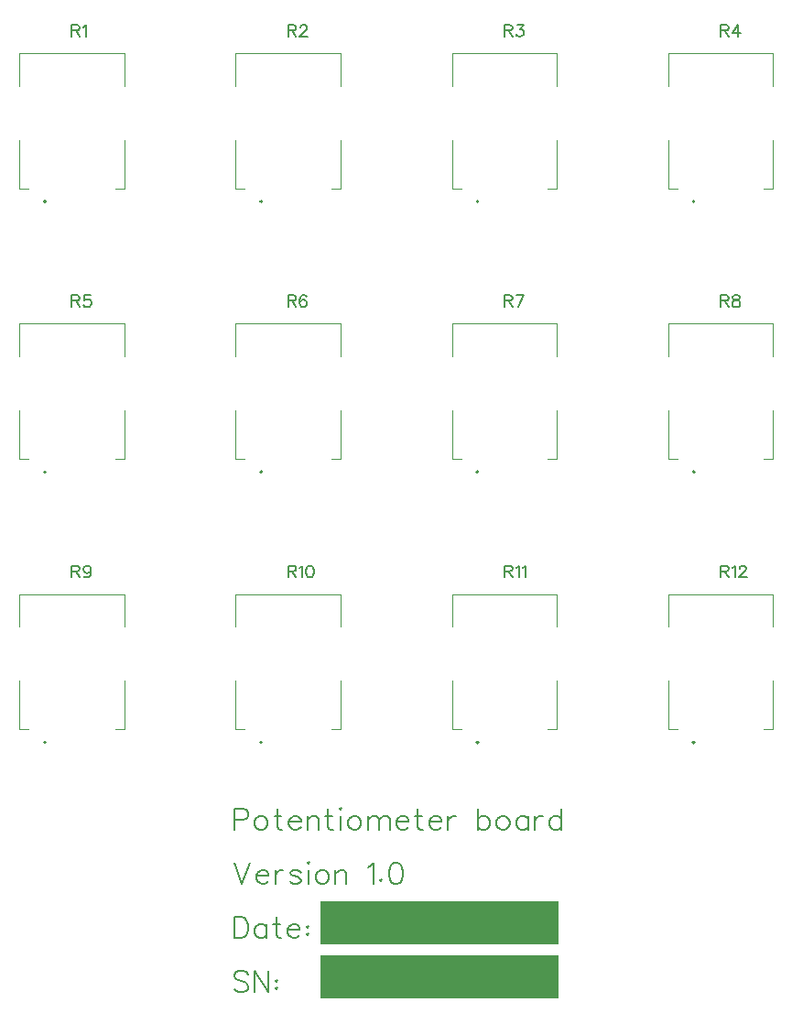
<source format=gto>
G04 Layer: TopSilkscreenLayer*
G04 EasyEDA v6.5.23, 2023-08-24 15:40:58*
G04 a67cddfb3fce44daa9051d46cbbcc19f,10*
G04 Gerber Generator version 0.2*
G04 Scale: 100 percent, Rotated: No, Reflected: No *
G04 Dimensions in millimeters *
G04 leading zeros omitted , absolute positions ,4 integer and 5 decimal *
%FSLAX45Y45*%
%MOMM*%

%ADD10C,0.2032*%
%ADD11C,0.1524*%
%ADD12C,0.1001*%
%ADD13C,0.1999*%

%LPD*%
D10*
X3500120Y2204973D02*
G01*
X3500120Y2011171D01*
X3500120Y2204973D02*
G01*
X3583177Y2204973D01*
X3610863Y2195829D01*
X3620008Y2186686D01*
X3629406Y2168144D01*
X3629406Y2140457D01*
X3620008Y2121915D01*
X3610863Y2112771D01*
X3583177Y2103373D01*
X3500120Y2103373D01*
X3736340Y2140457D02*
G01*
X3718052Y2131060D01*
X3699509Y2112771D01*
X3690365Y2085086D01*
X3690365Y2066544D01*
X3699509Y2038857D01*
X3718052Y2020315D01*
X3736340Y2011171D01*
X3764279Y2011171D01*
X3782568Y2020315D01*
X3801109Y2038857D01*
X3810254Y2066544D01*
X3810254Y2085086D01*
X3801109Y2112771D01*
X3782568Y2131060D01*
X3764279Y2140457D01*
X3736340Y2140457D01*
X3898900Y2204973D02*
G01*
X3898900Y2048002D01*
X3908297Y2020315D01*
X3926840Y2011171D01*
X3945127Y2011171D01*
X3871213Y2140457D02*
G01*
X3935984Y2140457D01*
X4006088Y2085086D02*
G01*
X4117086Y2085086D01*
X4117086Y2103373D01*
X4107688Y2121915D01*
X4098543Y2131060D01*
X4080002Y2140457D01*
X4052315Y2140457D01*
X4033774Y2131060D01*
X4015486Y2112771D01*
X4006088Y2085086D01*
X4006088Y2066544D01*
X4015486Y2038857D01*
X4033774Y2020315D01*
X4052315Y2011171D01*
X4080002Y2011171D01*
X4098543Y2020315D01*
X4117086Y2038857D01*
X4178045Y2140457D02*
G01*
X4178045Y2011171D01*
X4178045Y2103373D02*
G01*
X4205731Y2131060D01*
X4224020Y2140457D01*
X4251959Y2140457D01*
X4270247Y2131060D01*
X4279645Y2103373D01*
X4279645Y2011171D01*
X4368291Y2204973D02*
G01*
X4368291Y2048002D01*
X4377436Y2020315D01*
X4395977Y2011171D01*
X4414520Y2011171D01*
X4340606Y2140457D02*
G01*
X4405122Y2140457D01*
X4475479Y2204973D02*
G01*
X4484624Y2195829D01*
X4493768Y2204973D01*
X4484624Y2214371D01*
X4475479Y2204973D01*
X4484624Y2140457D02*
G01*
X4484624Y2011171D01*
X4600956Y2140457D02*
G01*
X4582413Y2131060D01*
X4564125Y2112771D01*
X4554727Y2085086D01*
X4554727Y2066544D01*
X4564125Y2038857D01*
X4582413Y2020315D01*
X4600956Y2011171D01*
X4628641Y2011171D01*
X4647184Y2020315D01*
X4665725Y2038857D01*
X4674870Y2066544D01*
X4674870Y2085086D01*
X4665725Y2112771D01*
X4647184Y2131060D01*
X4628641Y2140457D01*
X4600956Y2140457D01*
X4735829Y2140457D02*
G01*
X4735829Y2011171D01*
X4735829Y2103373D02*
G01*
X4763515Y2131060D01*
X4782058Y2140457D01*
X4809743Y2140457D01*
X4828286Y2131060D01*
X4837429Y2103373D01*
X4837429Y2011171D01*
X4837429Y2103373D02*
G01*
X4865115Y2131060D01*
X4883658Y2140457D01*
X4911343Y2140457D01*
X4929886Y2131060D01*
X4939029Y2103373D01*
X4939029Y2011171D01*
X4999990Y2085086D02*
G01*
X5110734Y2085086D01*
X5110734Y2103373D01*
X5101590Y2121915D01*
X5092445Y2131060D01*
X5073904Y2140457D01*
X5046218Y2140457D01*
X5027675Y2131060D01*
X5009134Y2112771D01*
X4999990Y2085086D01*
X4999990Y2066544D01*
X5009134Y2038857D01*
X5027675Y2020315D01*
X5046218Y2011171D01*
X5073904Y2011171D01*
X5092445Y2020315D01*
X5110734Y2038857D01*
X5199379Y2204973D02*
G01*
X5199379Y2048002D01*
X5208777Y2020315D01*
X5227065Y2011171D01*
X5245608Y2011171D01*
X5171693Y2140457D02*
G01*
X5236463Y2140457D01*
X5306568Y2085086D02*
G01*
X5417565Y2085086D01*
X5417565Y2103373D01*
X5408168Y2121915D01*
X5399024Y2131060D01*
X5380481Y2140457D01*
X5352795Y2140457D01*
X5334254Y2131060D01*
X5315965Y2112771D01*
X5306568Y2085086D01*
X5306568Y2066544D01*
X5315965Y2038857D01*
X5334254Y2020315D01*
X5352795Y2011171D01*
X5380481Y2011171D01*
X5399024Y2020315D01*
X5417565Y2038857D01*
X5478525Y2140457D02*
G01*
X5478525Y2011171D01*
X5478525Y2085086D02*
G01*
X5487670Y2112771D01*
X5506211Y2131060D01*
X5524500Y2140457D01*
X5552186Y2140457D01*
X5755386Y2204973D02*
G01*
X5755386Y2011171D01*
X5755386Y2112771D02*
G01*
X5773927Y2131060D01*
X5792470Y2140457D01*
X5820156Y2140457D01*
X5838697Y2131060D01*
X5856986Y2112771D01*
X5866384Y2085086D01*
X5866384Y2066544D01*
X5856986Y2038857D01*
X5838697Y2020315D01*
X5820156Y2011171D01*
X5792470Y2011171D01*
X5773927Y2020315D01*
X5755386Y2038857D01*
X5973572Y2140457D02*
G01*
X5955029Y2131060D01*
X5936488Y2112771D01*
X5927343Y2085086D01*
X5927343Y2066544D01*
X5936488Y2038857D01*
X5955029Y2020315D01*
X5973572Y2011171D01*
X6001258Y2011171D01*
X6019800Y2020315D01*
X6038088Y2038857D01*
X6047486Y2066544D01*
X6047486Y2085086D01*
X6038088Y2112771D01*
X6019800Y2131060D01*
X6001258Y2140457D01*
X5973572Y2140457D01*
X6219190Y2140457D02*
G01*
X6219190Y2011171D01*
X6219190Y2112771D02*
G01*
X6200647Y2131060D01*
X6182359Y2140457D01*
X6154420Y2140457D01*
X6136131Y2131060D01*
X6117590Y2112771D01*
X6108445Y2085086D01*
X6108445Y2066544D01*
X6117590Y2038857D01*
X6136131Y2020315D01*
X6154420Y2011171D01*
X6182359Y2011171D01*
X6200647Y2020315D01*
X6219190Y2038857D01*
X6280150Y2140457D02*
G01*
X6280150Y2011171D01*
X6280150Y2085086D02*
G01*
X6289293Y2112771D01*
X6307836Y2131060D01*
X6326377Y2140457D01*
X6354063Y2140457D01*
X6525768Y2204973D02*
G01*
X6525768Y2011171D01*
X6525768Y2112771D02*
G01*
X6507479Y2131060D01*
X6488938Y2140457D01*
X6461252Y2140457D01*
X6442709Y2131060D01*
X6424168Y2112771D01*
X6415024Y2085086D01*
X6415024Y2066544D01*
X6424168Y2038857D01*
X6442709Y2020315D01*
X6461252Y2011171D01*
X6488938Y2011171D01*
X6507479Y2020315D01*
X6525768Y2038857D01*
X3499980Y1705048D02*
G01*
X3573871Y1511086D01*
X3647762Y1705048D02*
G01*
X3573871Y1511086D01*
X3708722Y1584977D02*
G01*
X3819558Y1584977D01*
X3819558Y1603448D01*
X3810322Y1621922D01*
X3801084Y1631157D01*
X3782613Y1640395D01*
X3754904Y1640395D01*
X3736431Y1631157D01*
X3717958Y1612686D01*
X3708722Y1584977D01*
X3708722Y1566504D01*
X3717958Y1538795D01*
X3736431Y1520322D01*
X3754904Y1511086D01*
X3782613Y1511086D01*
X3801084Y1520322D01*
X3819558Y1538795D01*
X3880518Y1640395D02*
G01*
X3880518Y1511086D01*
X3880518Y1584977D02*
G01*
X3889756Y1612686D01*
X3908226Y1631157D01*
X3926700Y1640395D01*
X3954409Y1640395D01*
X4116969Y1612686D02*
G01*
X4107733Y1631157D01*
X4080024Y1640395D01*
X4052315Y1640395D01*
X4024604Y1631157D01*
X4015369Y1612686D01*
X4024604Y1594213D01*
X4043078Y1584977D01*
X4089260Y1575739D01*
X4107733Y1566504D01*
X4116969Y1548030D01*
X4116969Y1538795D01*
X4107733Y1520322D01*
X4080024Y1511086D01*
X4052315Y1511086D01*
X4024604Y1520322D01*
X4015369Y1538795D01*
X4177929Y1705048D02*
G01*
X4187164Y1695813D01*
X4196402Y1705048D01*
X4187164Y1714286D01*
X4177929Y1705048D01*
X4187164Y1640395D02*
G01*
X4187164Y1511086D01*
X4303544Y1640395D02*
G01*
X4285071Y1631157D01*
X4266598Y1612686D01*
X4257362Y1584977D01*
X4257362Y1566504D01*
X4266598Y1538795D01*
X4285071Y1520322D01*
X4303544Y1511086D01*
X4331253Y1511086D01*
X4349724Y1520322D01*
X4368198Y1538795D01*
X4377436Y1566504D01*
X4377436Y1584977D01*
X4368198Y1612686D01*
X4349724Y1631157D01*
X4331253Y1640395D01*
X4303544Y1640395D01*
X4438395Y1640395D02*
G01*
X4438395Y1511086D01*
X4438395Y1603448D02*
G01*
X4466104Y1631157D01*
X4484575Y1640395D01*
X4512284Y1640395D01*
X4530758Y1631157D01*
X4539995Y1603448D01*
X4539995Y1511086D01*
X4743195Y1668104D02*
G01*
X4761666Y1677339D01*
X4789375Y1705048D01*
X4789375Y1511086D01*
X4859573Y1557266D02*
G01*
X4850335Y1548030D01*
X4859573Y1538795D01*
X4868809Y1548030D01*
X4859573Y1557266D01*
X4985186Y1705048D02*
G01*
X4957478Y1695813D01*
X4939004Y1668104D01*
X4929769Y1621922D01*
X4929769Y1594213D01*
X4939004Y1548030D01*
X4957478Y1520322D01*
X4985186Y1511086D01*
X5003660Y1511086D01*
X5031369Y1520322D01*
X5049842Y1548030D01*
X5059078Y1594213D01*
X5059078Y1621922D01*
X5049842Y1668104D01*
X5031369Y1695813D01*
X5003660Y1705048D01*
X4985186Y1705048D01*
X3499990Y1205052D02*
G01*
X3499990Y1011090D01*
X3499990Y1205052D02*
G01*
X3564646Y1205052D01*
X3592355Y1195816D01*
X3610825Y1177343D01*
X3620063Y1158869D01*
X3629299Y1131161D01*
X3629299Y1084981D01*
X3620063Y1057269D01*
X3610825Y1038799D01*
X3592355Y1020325D01*
X3564646Y1011090D01*
X3499990Y1011090D01*
X3801094Y1140399D02*
G01*
X3801094Y1011090D01*
X3801094Y1112690D02*
G01*
X3782623Y1131161D01*
X3764150Y1140399D01*
X3736441Y1140399D01*
X3717968Y1131161D01*
X3699494Y1112690D01*
X3690259Y1084981D01*
X3690259Y1066507D01*
X3699494Y1038799D01*
X3717968Y1020325D01*
X3736441Y1011090D01*
X3764150Y1011090D01*
X3782623Y1020325D01*
X3801094Y1038799D01*
X3889766Y1205052D02*
G01*
X3889766Y1048034D01*
X3899001Y1020325D01*
X3917475Y1011090D01*
X3935945Y1011090D01*
X3862054Y1140399D02*
G01*
X3926710Y1140399D01*
X3996905Y1084981D02*
G01*
X4107743Y1084981D01*
X4107743Y1103452D01*
X4098505Y1121925D01*
X4089270Y1131161D01*
X4070797Y1140399D01*
X4043088Y1140399D01*
X4024614Y1131161D01*
X4006143Y1112690D01*
X3996905Y1084981D01*
X3996905Y1066507D01*
X4006143Y1038799D01*
X4024614Y1020325D01*
X4043088Y1011090D01*
X4070797Y1011090D01*
X4089270Y1020325D01*
X4107743Y1038799D01*
X4177939Y1121925D02*
G01*
X4168703Y1112690D01*
X4177939Y1103452D01*
X4187174Y1112690D01*
X4177939Y1121925D01*
X4177939Y1057269D02*
G01*
X4168703Y1048034D01*
X4177939Y1038799D01*
X4187174Y1048034D01*
X4177939Y1057269D01*
X3629299Y677344D02*
G01*
X3610825Y695817D01*
X3583117Y705053D01*
X3546172Y705053D01*
X3518463Y695817D01*
X3499990Y677344D01*
X3499990Y658870D01*
X3509225Y640400D01*
X3518463Y631162D01*
X3536934Y621926D01*
X3592355Y603453D01*
X3610825Y594217D01*
X3620063Y584982D01*
X3629299Y566508D01*
X3629299Y538800D01*
X3610825Y520326D01*
X3583117Y511091D01*
X3546172Y511091D01*
X3518463Y520326D01*
X3499990Y538800D01*
X3690259Y705053D02*
G01*
X3690259Y511091D01*
X3690259Y705053D02*
G01*
X3819568Y511091D01*
X3819568Y705053D02*
G01*
X3819568Y511091D01*
X3889766Y621926D02*
G01*
X3880528Y612691D01*
X3889766Y603453D01*
X3899001Y612691D01*
X3889766Y621926D01*
X3889766Y557270D02*
G01*
X3880528Y548035D01*
X3889766Y538800D01*
X3899001Y548035D01*
X3889766Y557270D01*
D11*
X3999991Y9453499D02*
G01*
X3999991Y9344533D01*
X3999991Y9453499D02*
G01*
X4046727Y9453499D01*
X4062222Y9448419D01*
X4067556Y9443085D01*
X4072636Y9432670D01*
X4072636Y9422256D01*
X4067556Y9411843D01*
X4062222Y9406762D01*
X4046727Y9401683D01*
X3999991Y9401683D01*
X4036313Y9401683D02*
G01*
X4072636Y9344533D01*
X4112259Y9427590D02*
G01*
X4112259Y9432670D01*
X4117340Y9443085D01*
X4122674Y9448419D01*
X4133088Y9453499D01*
X4153661Y9453499D01*
X4164075Y9448419D01*
X4169409Y9443085D01*
X4174490Y9432670D01*
X4174490Y9422256D01*
X4169409Y9411843D01*
X4158995Y9396349D01*
X4106925Y9344533D01*
X4179824Y9344533D01*
X5999988Y9453499D02*
G01*
X5999988Y9344533D01*
X5999988Y9453499D02*
G01*
X6046724Y9453499D01*
X6062218Y9448419D01*
X6067552Y9443085D01*
X6072631Y9432670D01*
X6072631Y9422256D01*
X6067552Y9411843D01*
X6062218Y9406762D01*
X6046724Y9401683D01*
X5999988Y9401683D01*
X6036309Y9401683D02*
G01*
X6072631Y9344533D01*
X6117336Y9453499D02*
G01*
X6174486Y9453499D01*
X6143497Y9411843D01*
X6158991Y9411843D01*
X6169406Y9406762D01*
X6174486Y9401683D01*
X6179820Y9385935D01*
X6179820Y9375520D01*
X6174486Y9360027D01*
X6164072Y9349612D01*
X6148577Y9344533D01*
X6133084Y9344533D01*
X6117336Y9349612D01*
X6112256Y9354693D01*
X6106922Y9365106D01*
X7999984Y9453499D02*
G01*
X7999984Y9344533D01*
X7999984Y9453499D02*
G01*
X8046720Y9453499D01*
X8062213Y9448419D01*
X8067547Y9443085D01*
X8072627Y9432670D01*
X8072627Y9422256D01*
X8067547Y9411843D01*
X8062213Y9406762D01*
X8046720Y9401683D01*
X7999984Y9401683D01*
X8036306Y9401683D02*
G01*
X8072627Y9344533D01*
X8158988Y9453499D02*
G01*
X8106918Y9380854D01*
X8184895Y9380854D01*
X8158988Y9453499D02*
G01*
X8158988Y9344533D01*
X1999995Y6953504D02*
G01*
X1999995Y6844537D01*
X1999995Y6953504D02*
G01*
X2046731Y6953504D01*
X2062225Y6948423D01*
X2067559Y6943089D01*
X2072640Y6932676D01*
X2072640Y6922262D01*
X2067559Y6911847D01*
X2062225Y6906768D01*
X2046731Y6901687D01*
X1999995Y6901687D01*
X2036318Y6901687D02*
G01*
X2072640Y6844537D01*
X2169413Y6953504D02*
G01*
X2117343Y6953504D01*
X2112263Y6906768D01*
X2117343Y6911847D01*
X2133091Y6917181D01*
X2148586Y6917181D01*
X2164079Y6911847D01*
X2174493Y6901687D01*
X2179827Y6885939D01*
X2179827Y6875526D01*
X2174493Y6860031D01*
X2164079Y6849618D01*
X2148586Y6844537D01*
X2133091Y6844537D01*
X2117343Y6849618D01*
X2112263Y6854697D01*
X2106929Y6865112D01*
X3999991Y6953504D02*
G01*
X3999991Y6844537D01*
X3999991Y6953504D02*
G01*
X4046727Y6953504D01*
X4062222Y6948423D01*
X4067556Y6943089D01*
X4072636Y6932676D01*
X4072636Y6922262D01*
X4067556Y6911847D01*
X4062222Y6906768D01*
X4046727Y6901687D01*
X3999991Y6901687D01*
X4036313Y6901687D02*
G01*
X4072636Y6844537D01*
X4169409Y6938010D02*
G01*
X4164075Y6948423D01*
X4148581Y6953504D01*
X4138168Y6953504D01*
X4122674Y6948423D01*
X4112259Y6932676D01*
X4106925Y6906768D01*
X4106925Y6880860D01*
X4112259Y6860031D01*
X4122674Y6849618D01*
X4138168Y6844537D01*
X4143502Y6844537D01*
X4158995Y6849618D01*
X4169409Y6860031D01*
X4174490Y6875526D01*
X4174490Y6880860D01*
X4169409Y6896354D01*
X4158995Y6906768D01*
X4143502Y6911847D01*
X4138168Y6911847D01*
X4122674Y6906768D01*
X4112259Y6896354D01*
X4106925Y6880860D01*
X5999988Y6953504D02*
G01*
X5999988Y6844537D01*
X5999988Y6953504D02*
G01*
X6046724Y6953504D01*
X6062218Y6948423D01*
X6067552Y6943089D01*
X6072631Y6932676D01*
X6072631Y6922262D01*
X6067552Y6911847D01*
X6062218Y6906768D01*
X6046724Y6901687D01*
X5999988Y6901687D01*
X6036309Y6901687D02*
G01*
X6072631Y6844537D01*
X6179820Y6953504D02*
G01*
X6127750Y6844537D01*
X6106922Y6953504D02*
G01*
X6179820Y6953504D01*
X7999984Y6953504D02*
G01*
X7999984Y6844537D01*
X7999984Y6953504D02*
G01*
X8046720Y6953504D01*
X8062213Y6948423D01*
X8067547Y6943089D01*
X8072627Y6932676D01*
X8072627Y6922262D01*
X8067547Y6911847D01*
X8062213Y6906768D01*
X8046720Y6901687D01*
X7999984Y6901687D01*
X8036306Y6901687D02*
G01*
X8072627Y6844537D01*
X8133079Y6953504D02*
G01*
X8117331Y6948423D01*
X8112252Y6938010D01*
X8112252Y6927595D01*
X8117331Y6917181D01*
X8127745Y6911847D01*
X8148574Y6906768D01*
X8164068Y6901687D01*
X8174481Y6891273D01*
X8179815Y6880860D01*
X8179815Y6865112D01*
X8174481Y6854697D01*
X8169402Y6849618D01*
X8153654Y6844537D01*
X8133079Y6844537D01*
X8117331Y6849618D01*
X8112252Y6854697D01*
X8106918Y6865112D01*
X8106918Y6880860D01*
X8112252Y6891273D01*
X8122665Y6901687D01*
X8138159Y6906768D01*
X8158988Y6911847D01*
X8169402Y6917181D01*
X8174481Y6927595D01*
X8174481Y6938010D01*
X8169402Y6948423D01*
X8153654Y6953504D01*
X8133079Y6953504D01*
X1999995Y4453509D02*
G01*
X1999995Y4344543D01*
X1999995Y4453509D02*
G01*
X2046731Y4453509D01*
X2062225Y4448429D01*
X2067559Y4443095D01*
X2072640Y4432680D01*
X2072640Y4422267D01*
X2067559Y4411853D01*
X2062225Y4406772D01*
X2046731Y4401693D01*
X1999995Y4401693D01*
X2036318Y4401693D02*
G01*
X2072640Y4344543D01*
X2174493Y4417187D02*
G01*
X2169413Y4401693D01*
X2159000Y4391279D01*
X2143506Y4385945D01*
X2138172Y4385945D01*
X2122677Y4391279D01*
X2112263Y4401693D01*
X2106929Y4417187D01*
X2106929Y4422267D01*
X2112263Y4438014D01*
X2122677Y4448429D01*
X2138172Y4453509D01*
X2143506Y4453509D01*
X2159000Y4448429D01*
X2169413Y4438014D01*
X2174493Y4417187D01*
X2174493Y4391279D01*
X2169413Y4365117D01*
X2159000Y4349622D01*
X2143506Y4344543D01*
X2133091Y4344543D01*
X2117343Y4349622D01*
X2112263Y4360037D01*
X3999991Y4453509D02*
G01*
X3999991Y4344543D01*
X3999991Y4453509D02*
G01*
X4046727Y4453509D01*
X4062222Y4448429D01*
X4067556Y4443095D01*
X4072636Y4432680D01*
X4072636Y4422267D01*
X4067556Y4411853D01*
X4062222Y4406772D01*
X4046727Y4401693D01*
X3999991Y4401693D01*
X4036313Y4401693D02*
G01*
X4072636Y4344543D01*
X4106925Y4432680D02*
G01*
X4117340Y4438014D01*
X4133088Y4453509D01*
X4133088Y4344543D01*
X4198365Y4453509D02*
G01*
X4182872Y4448429D01*
X4172458Y4432680D01*
X4167377Y4406772D01*
X4167377Y4391279D01*
X4172458Y4365117D01*
X4182872Y4349622D01*
X4198365Y4344543D01*
X4208779Y4344543D01*
X4224527Y4349622D01*
X4234941Y4365117D01*
X4240022Y4391279D01*
X4240022Y4406772D01*
X4234941Y4432680D01*
X4224527Y4448429D01*
X4208779Y4453509D01*
X4198365Y4453509D01*
X5999988Y4453509D02*
G01*
X5999988Y4344543D01*
X5999988Y4453509D02*
G01*
X6046724Y4453509D01*
X6062218Y4448429D01*
X6067552Y4443095D01*
X6072631Y4432680D01*
X6072631Y4422267D01*
X6067552Y4411853D01*
X6062218Y4406772D01*
X6046724Y4401693D01*
X5999988Y4401693D01*
X6036309Y4401693D02*
G01*
X6072631Y4344543D01*
X6106922Y4432680D02*
G01*
X6117336Y4438014D01*
X6133084Y4453509D01*
X6133084Y4344543D01*
X6167374Y4432680D02*
G01*
X6177788Y4438014D01*
X6193281Y4453509D01*
X6193281Y4344543D01*
X7999984Y4453509D02*
G01*
X7999984Y4344543D01*
X7999984Y4453509D02*
G01*
X8046720Y4453509D01*
X8062213Y4448429D01*
X8067547Y4443095D01*
X8072627Y4432680D01*
X8072627Y4422267D01*
X8067547Y4411853D01*
X8062213Y4406772D01*
X8046720Y4401693D01*
X7999984Y4401693D01*
X8036306Y4401693D02*
G01*
X8072627Y4344543D01*
X8106918Y4432680D02*
G01*
X8117331Y4438014D01*
X8133079Y4453509D01*
X8133079Y4344543D01*
X8172450Y4427601D02*
G01*
X8172450Y4432680D01*
X8177784Y4443095D01*
X8182863Y4448429D01*
X8193277Y4453509D01*
X8214106Y4453509D01*
X8224520Y4448429D01*
X8229600Y4443095D01*
X8234934Y4432680D01*
X8234934Y4422267D01*
X8229600Y4411853D01*
X8219186Y4396359D01*
X8167370Y4344543D01*
X8240013Y4344543D01*
X1999995Y9453499D02*
G01*
X1999995Y9344533D01*
X1999995Y9453499D02*
G01*
X2046731Y9453499D01*
X2062225Y9448419D01*
X2067559Y9443085D01*
X2072640Y9432670D01*
X2072640Y9422256D01*
X2067559Y9411843D01*
X2062225Y9406762D01*
X2046731Y9401683D01*
X1999995Y9401683D01*
X2036318Y9401683D02*
G01*
X2072640Y9344533D01*
X2106929Y9432670D02*
G01*
X2117343Y9438004D01*
X2133091Y9453499D01*
X2133091Y9344533D01*
G36*
X4299966Y849985D02*
G01*
X4299966Y449986D01*
X6499961Y449986D01*
X6499961Y849985D01*
G37*
G36*
X4299966Y1350010D02*
G01*
X4299966Y950010D01*
X6499961Y950010D01*
X6499961Y1350010D01*
G37*
D12*
X3515004Y8889974D02*
G01*
X3515004Y9189974D01*
X4484979Y9189974D01*
X4484979Y8889974D01*
X3515004Y8389975D02*
G01*
X3515004Y7939989D01*
X3599992Y7939989D01*
X4399991Y7939989D02*
G01*
X4484979Y7939989D01*
X4484979Y8389975D01*
X5515000Y8889974D02*
G01*
X5515000Y9189974D01*
X6484975Y9189974D01*
X6484975Y8889974D01*
X5515000Y8389975D02*
G01*
X5515000Y7939989D01*
X5599988Y7939989D01*
X6399987Y7939989D02*
G01*
X6484975Y7939989D01*
X6484975Y8389975D01*
X7514996Y8889974D02*
G01*
X7514996Y9189974D01*
X8484971Y9189974D01*
X8484971Y8889974D01*
X7514996Y8389975D02*
G01*
X7514996Y7939989D01*
X7599984Y7939989D01*
X8399983Y7939989D02*
G01*
X8484971Y7939989D01*
X8484971Y8389975D01*
X1515008Y6389979D02*
G01*
X1515008Y6689979D01*
X2484983Y6689979D01*
X2484983Y6389979D01*
X1515008Y5889980D02*
G01*
X1515008Y5439994D01*
X1599996Y5439994D01*
X2399995Y5439994D02*
G01*
X2484983Y5439994D01*
X2484983Y5889980D01*
X3515004Y6389979D02*
G01*
X3515004Y6689979D01*
X4484979Y6689979D01*
X4484979Y6389979D01*
X3515004Y5889980D02*
G01*
X3515004Y5439994D01*
X3599992Y5439994D01*
X4399991Y5439994D02*
G01*
X4484979Y5439994D01*
X4484979Y5889980D01*
X5515000Y6389979D02*
G01*
X5515000Y6689979D01*
X6484975Y6689979D01*
X6484975Y6389979D01*
X5515000Y5889980D02*
G01*
X5515000Y5439994D01*
X5599988Y5439994D01*
X6399987Y5439994D02*
G01*
X6484975Y5439994D01*
X6484975Y5889980D01*
X7514996Y6389979D02*
G01*
X7514996Y6689979D01*
X8484971Y6689979D01*
X8484971Y6389979D01*
X7514996Y5889980D02*
G01*
X7514996Y5439994D01*
X7599984Y5439994D01*
X8399983Y5439994D02*
G01*
X8484971Y5439994D01*
X8484971Y5889980D01*
X1515008Y3889984D02*
G01*
X1515008Y4189984D01*
X2484983Y4189984D01*
X2484983Y3889984D01*
X1515008Y3389985D02*
G01*
X1515008Y2939999D01*
X1599996Y2939999D01*
X2399995Y2939999D02*
G01*
X2484983Y2939999D01*
X2484983Y3389985D01*
X3515004Y3889984D02*
G01*
X3515004Y4189984D01*
X4484979Y4189984D01*
X4484979Y3889984D01*
X3515004Y3389985D02*
G01*
X3515004Y2939999D01*
X3599992Y2939999D01*
X4399991Y2939999D02*
G01*
X4484979Y2939999D01*
X4484979Y3389985D01*
X5515000Y3889984D02*
G01*
X5515000Y4189984D01*
X6484975Y4189984D01*
X6484975Y3889984D01*
X5515000Y3389985D02*
G01*
X5515000Y2939999D01*
X5599988Y2939999D01*
X6399987Y2939999D02*
G01*
X6484975Y2939999D01*
X6484975Y3389985D01*
X7514996Y3889984D02*
G01*
X7514996Y4189984D01*
X8484971Y4189984D01*
X8484971Y3889984D01*
X7514996Y3389985D02*
G01*
X7514996Y2939999D01*
X7599984Y2939999D01*
X8399983Y2939999D02*
G01*
X8484971Y2939999D01*
X8484971Y3389985D01*
X1515008Y8889974D02*
G01*
X1515008Y9189974D01*
X2484983Y9189974D01*
X2484983Y8889974D01*
X1515008Y8389975D02*
G01*
X1515008Y7939989D01*
X1599996Y7939989D01*
X2399995Y7939989D02*
G01*
X2484983Y7939989D01*
X2484983Y8389975D01*
D13*
G75*
G01*
X3739998Y7819974D02*
G02*
X3759987Y7819974I9994J-504D01*
G75*
G01*
X3759987Y7819974D02*
G02*
X3739998Y7819974I-9995J504D01*
G75*
G01*
X5739994Y7819974D02*
G02*
X5759983Y7819974I9995J-504D01*
G75*
G01*
X5759983Y7819974D02*
G02*
X5739994Y7819974I-9994J504D01*
G75*
G01*
X7739990Y7819974D02*
G02*
X7759979Y7819974I9995J-504D01*
G75*
G01*
X7759979Y7819974D02*
G02*
X7739990Y7819974I-9994J504D01*
G75*
G01*
X1740002Y5319979D02*
G02*
X1759991Y5319979I9995J-504D01*
G75*
G01*
X1759991Y5319979D02*
G02*
X1740002Y5319979I-9994J504D01*
G75*
G01*
X3739998Y5319979D02*
G02*
X3759987Y5319979I9994J-504D01*
G75*
G01*
X3759987Y5319979D02*
G02*
X3739998Y5319979I-9995J504D01*
G75*
G01*
X5739994Y5319979D02*
G02*
X5759983Y5319979I9995J-504D01*
G75*
G01*
X5759983Y5319979D02*
G02*
X5739994Y5319979I-9994J504D01*
G75*
G01*
X7739990Y5319979D02*
G02*
X7759979Y5319979I9995J-504D01*
G75*
G01*
X7759979Y5319979D02*
G02*
X7739990Y5319979I-9994J504D01*
G75*
G01*
X1740002Y2819984D02*
G02*
X1759991Y2819984I9995J-504D01*
G75*
G01*
X1759991Y2819984D02*
G02*
X1740002Y2819984I-9994J504D01*
G75*
G01*
X3739998Y2819984D02*
G02*
X3759987Y2819984I9994J-504D01*
G75*
G01*
X3759987Y2819984D02*
G02*
X3739998Y2819984I-9995J504D01*
G75*
G01*
X5739994Y2819984D02*
G02*
X5759983Y2819984I9995J-504D01*
G75*
G01*
X5759983Y2819984D02*
G02*
X5739994Y2819984I-9994J504D01*
G75*
G01*
X7739990Y2819984D02*
G02*
X7759979Y2819984I9995J-504D01*
G75*
G01*
X7759979Y2819984D02*
G02*
X7739990Y2819984I-9994J504D01*
G75*
G01*
X1740002Y7819974D02*
G02*
X1759991Y7819974I9995J-504D01*
G75*
G01*
X1759991Y7819974D02*
G02*
X1740002Y7819974I-9994J504D01*
M02*

</source>
